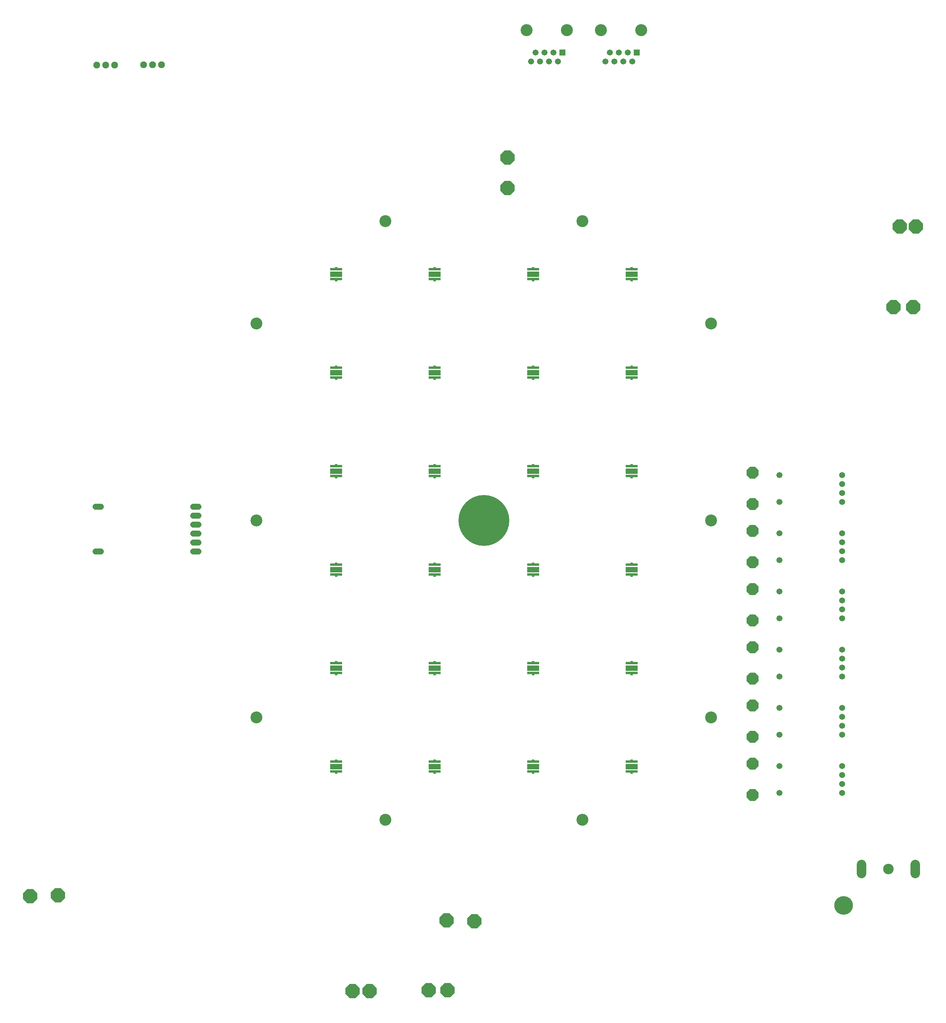
<source format=gbr>
G04 EAGLE Gerber X2 export*
%TF.Part,Single*%
%TF.FileFunction,Soldermask,Bot,1*%
%TF.FilePolarity,Negative*%
%TF.GenerationSoftware,Autodesk,EAGLE,9.0.1*%
%TF.CreationDate,2018-05-30T15:00:16Z*%
G75*
%MOMM*%
%FSLAX34Y34*%
%LPD*%
%AMOC8*
5,1,8,0,0,1.08239X$1,22.5*%
G01*
%ADD10C,3.378200*%
%ADD11C,14.427200*%
%ADD12C,5.283200*%
%ADD13C,2.743200*%
%ADD14C,2.997200*%
%ADD15R,1.711200X1.711200*%
%ADD16C,1.711200*%
%ADD17C,3.403200*%
%ADD18C,1.953200*%
%ADD19C,1.727200*%
%ADD20P,3.656530X8X22.500000*%
%ADD21R,3.503200X0.703200*%
%ADD22R,3.503200X1.503200*%
%ADD23R,0.703200X0.653200*%
%ADD24P,4.343848X8X22.500000*%
%ADD25P,4.343848X8X202.500000*%


D10*
X1144270Y574802D03*
X1703070Y574802D03*
X2068576Y865124D03*
X2068576Y1423924D03*
X2068576Y1982724D03*
X1703070Y2272792D03*
X1144270Y2272792D03*
X778764Y1982724D03*
X778764Y1423924D03*
X778764Y865124D03*
D11*
X1423670Y1423670D03*
D12*
X2444242Y331470D03*
D13*
X2647366Y422504D02*
X2647366Y447904D01*
X2494966Y447904D02*
X2494966Y422504D01*
D14*
X2571166Y435204D03*
D15*
X1647088Y2751252D03*
D16*
X1634388Y2725852D03*
X1621688Y2751252D03*
X1608988Y2725852D03*
X1596288Y2751252D03*
X1583588Y2725852D03*
X1570888Y2751252D03*
X1558188Y2725852D03*
D17*
X1659788Y2814752D03*
X1545488Y2814752D03*
D15*
X1857908Y2751252D03*
D16*
X1845208Y2725852D03*
X1832508Y2751252D03*
X1819808Y2725852D03*
X1807108Y2751252D03*
X1794408Y2725852D03*
X1781708Y2751252D03*
X1769008Y2725852D03*
D17*
X1870608Y2814752D03*
X1756308Y2814752D03*
D18*
X509606Y2716444D03*
X484206Y2716444D03*
X458806Y2716444D03*
D19*
X599262Y1462430D02*
X614502Y1462430D01*
X614502Y1437030D02*
X599262Y1437030D01*
X599262Y1411630D02*
X614502Y1411630D01*
X614502Y1386230D02*
X599262Y1386230D01*
X599262Y1360830D02*
X614502Y1360830D01*
X614502Y1335430D02*
X599262Y1335430D01*
X337602Y1462430D02*
X322362Y1462430D01*
X322362Y1335430D02*
X337602Y1335430D01*
D16*
X2439924Y1476756D03*
X2439924Y1502156D03*
X2439924Y1527556D03*
X2439924Y1552956D03*
X2262124Y1552956D03*
X2262124Y1476756D03*
D20*
X2185924Y1470406D03*
X2185924Y1559306D03*
D16*
X2439924Y1311656D03*
X2439924Y1337056D03*
X2439924Y1362456D03*
X2439924Y1387856D03*
X2262124Y1387856D03*
X2262124Y1311656D03*
D20*
X2185924Y1305306D03*
X2185924Y1394206D03*
D16*
X2439924Y1146556D03*
X2439924Y1171956D03*
X2439924Y1197356D03*
X2439924Y1222756D03*
X2262124Y1222756D03*
X2262124Y1146556D03*
D20*
X2185924Y1140206D03*
X2185924Y1229106D03*
D16*
X2439924Y981456D03*
X2439924Y1006856D03*
X2439924Y1032256D03*
X2439924Y1057656D03*
X2262124Y1057656D03*
X2262124Y981456D03*
D20*
X2185924Y975106D03*
X2185924Y1064006D03*
D16*
X2439924Y816356D03*
X2439924Y841756D03*
X2439924Y867156D03*
X2439924Y892556D03*
X2262124Y892556D03*
X2262124Y816356D03*
D20*
X2185924Y810006D03*
X2185924Y898906D03*
D16*
X2439924Y651256D03*
X2439924Y676656D03*
X2439924Y702056D03*
X2439924Y727456D03*
X2262124Y727456D03*
X2262124Y651256D03*
D20*
X2185924Y644906D03*
X2185924Y733806D03*
D21*
X1283970Y1549624D03*
D22*
X1283970Y1563624D03*
D23*
X1283970Y1546374D03*
D21*
X1283970Y1577624D03*
D23*
X1283970Y1580874D03*
D21*
X1563370Y1549624D03*
D22*
X1563370Y1563624D03*
D23*
X1563370Y1546374D03*
D21*
X1563370Y1577624D03*
D23*
X1563370Y1580874D03*
D21*
X1283970Y711424D03*
D22*
X1283970Y725424D03*
D23*
X1283970Y708174D03*
D21*
X1283970Y739424D03*
D23*
X1283970Y742674D03*
D21*
X1004570Y2108424D03*
D22*
X1004570Y2122424D03*
D23*
X1004570Y2105174D03*
D21*
X1004570Y2136424D03*
D23*
X1004570Y2139674D03*
D21*
X1842770Y1549624D03*
D22*
X1842770Y1563624D03*
D23*
X1842770Y1546374D03*
D21*
X1842770Y1577624D03*
D23*
X1842770Y1580874D03*
D21*
X1563370Y990824D03*
D22*
X1563370Y1004824D03*
D23*
X1563370Y987574D03*
D21*
X1563370Y1018824D03*
D23*
X1563370Y1022074D03*
D21*
X1283970Y2108424D03*
D22*
X1283970Y2122424D03*
D23*
X1283970Y2105174D03*
D21*
X1283970Y2136424D03*
D23*
X1283970Y2139674D03*
D21*
X1004570Y711424D03*
D22*
X1004570Y725424D03*
D23*
X1004570Y708174D03*
D21*
X1004570Y739424D03*
D23*
X1004570Y742674D03*
D21*
X1842770Y711424D03*
D22*
X1842770Y725424D03*
D23*
X1842770Y708174D03*
D21*
X1842770Y739424D03*
D23*
X1842770Y742674D03*
D21*
X1563370Y1829024D03*
D22*
X1563370Y1843024D03*
D23*
X1563370Y1825774D03*
D21*
X1563370Y1857024D03*
D23*
X1563370Y1860274D03*
D21*
X1283970Y1270224D03*
D22*
X1283970Y1284224D03*
D23*
X1283970Y1266974D03*
D21*
X1283970Y1298224D03*
D23*
X1283970Y1301474D03*
D21*
X1563370Y711424D03*
D22*
X1563370Y725424D03*
D23*
X1563370Y708174D03*
D21*
X1563370Y739424D03*
D23*
X1563370Y742674D03*
D21*
X1004570Y1829024D03*
D22*
X1004570Y1843024D03*
D23*
X1004570Y1825774D03*
D21*
X1004570Y1857024D03*
D23*
X1004570Y1860274D03*
D21*
X1842770Y1270224D03*
D22*
X1842770Y1284224D03*
D23*
X1842770Y1266974D03*
D21*
X1842770Y1298224D03*
D23*
X1842770Y1301474D03*
D21*
X1563370Y2108424D03*
D22*
X1563370Y2122424D03*
D23*
X1563370Y2105174D03*
D21*
X1563370Y2136424D03*
D23*
X1563370Y2139674D03*
D21*
X1283970Y990824D03*
D22*
X1283970Y1004824D03*
D23*
X1283970Y987574D03*
D21*
X1283970Y1018824D03*
D23*
X1283970Y1022074D03*
D21*
X1004570Y1549624D03*
D22*
X1004570Y1563624D03*
D23*
X1004570Y1546374D03*
D21*
X1004570Y1577624D03*
D23*
X1004570Y1580874D03*
D21*
X1842770Y1829024D03*
D22*
X1842770Y1843024D03*
D23*
X1842770Y1825774D03*
D21*
X1842770Y1857024D03*
D23*
X1842770Y1860274D03*
D21*
X1004570Y1270224D03*
D22*
X1004570Y1284224D03*
D23*
X1004570Y1266974D03*
D21*
X1004570Y1298224D03*
D23*
X1004570Y1301474D03*
D21*
X1842770Y2108424D03*
D22*
X1842770Y2122424D03*
D23*
X1842770Y2105174D03*
D21*
X1842770Y2136424D03*
D23*
X1842770Y2139674D03*
D21*
X1563370Y1270224D03*
D22*
X1563370Y1284224D03*
D23*
X1563370Y1266974D03*
D21*
X1563370Y1298224D03*
D23*
X1563370Y1301474D03*
D21*
X1283970Y1829024D03*
D22*
X1283970Y1843024D03*
D23*
X1283970Y1825774D03*
D21*
X1283970Y1857024D03*
D23*
X1283970Y1860274D03*
D21*
X1004570Y990824D03*
D22*
X1004570Y1004824D03*
D23*
X1004570Y987574D03*
D21*
X1004570Y1018824D03*
D23*
X1004570Y1022074D03*
D21*
X1842770Y990824D03*
D22*
X1842770Y1004824D03*
D23*
X1842770Y987574D03*
D21*
X1842770Y1018824D03*
D23*
X1842770Y1022074D03*
D18*
X376840Y2715580D03*
X351440Y2715580D03*
X326040Y2715580D03*
D24*
X1490980Y2367280D03*
X1490980Y2453640D03*
D25*
X215900Y360680D03*
X137160Y358140D03*
D24*
X1397000Y287020D03*
X1318260Y289560D03*
X1051560Y88900D03*
X1099820Y88900D03*
X1267460Y91440D03*
X1320800Y91440D03*
X2603500Y2258060D03*
X2649220Y2258060D03*
X2585720Y2029460D03*
X2641600Y2029460D03*
M02*

</source>
